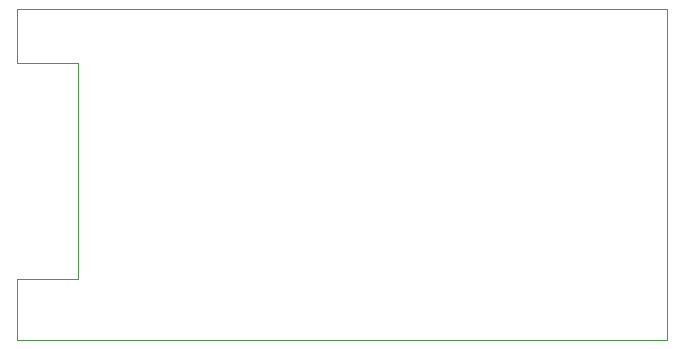
<source format=gbr>
%TF.GenerationSoftware,KiCad,Pcbnew,(5.1.5)-3*%
%TF.CreationDate,2021-03-22T20:11:52-05:00*%
%TF.ProjectId,RTL8720DN multi function board,52544c38-3732-4304-944e-206d756c7469,rev?*%
%TF.SameCoordinates,Original*%
%TF.FileFunction,Legend,Bot*%
%TF.FilePolarity,Positive*%
%FSLAX46Y46*%
G04 Gerber Fmt 4.6, Leading zero omitted, Abs format (unit mm)*
G04 Created by KiCad (PCBNEW (5.1.5)-3) date 2021-03-22 20:11:52*
%MOMM*%
%LPD*%
G04 APERTURE LIST*
%ADD10C,0.120000*%
G04 APERTURE END LIST*
D10*
X120550000Y-90420000D02*
X120550000Y-108712000D01*
X120550000Y-108712000D02*
X115400000Y-108712000D01*
X115400000Y-90420000D02*
X120550000Y-90420000D01*
X115400000Y-108712000D02*
X115400000Y-113885000D01*
X170400000Y-113885000D02*
X170400000Y-85885000D01*
X115400000Y-113885000D02*
X170400000Y-113885000D01*
X115400000Y-85885000D02*
X115400000Y-90420000D01*
X170400000Y-85885000D02*
X115400000Y-85885000D01*
M02*

</source>
